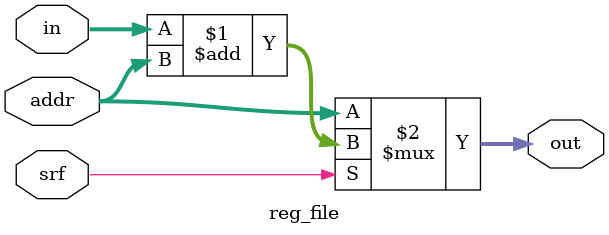
<source format=v>
module reg_file
#(
	parameter MDATAW = 8
	//parameter FFTSIZ = 3
)
(
	input               srf, //inv,
	input  [MDATAW-1:0] in,
	input  [MDATAW-1:0] addr,
	output [MDATAW-1:0] out
);

/* reg [FFTSIZ-1:0] aux;

integer i;

always @ (*) begin
	for (i = 0; i < FFTSIZ; i = i+1) begin : norm
		aux[i] <= in[FFTSIZ-i];
	end
end

wire [MDATAW-1:0] add = (inv) ? {in[MDATAW-1:FFTSIZ+1], aux, in[0]} : in;

assign out = (srf) ? add + addr: addr; */

assign out = (srf) ? in + addr: addr;

endmodule 
</source>
